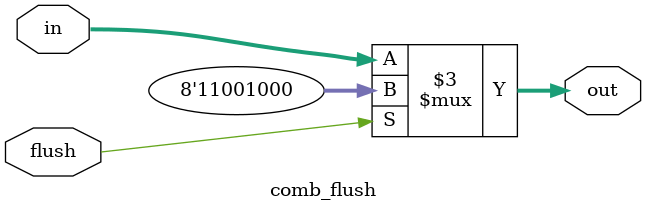
<source format=v>
module comb_flush(
	input flush,
	input [7:0] in,
	output reg [7:0] out
);

	always@(in)
		begin
			if(flush)
				out <= 8'HC8;
			else
				out <= in;
		end


endmodule


</source>
